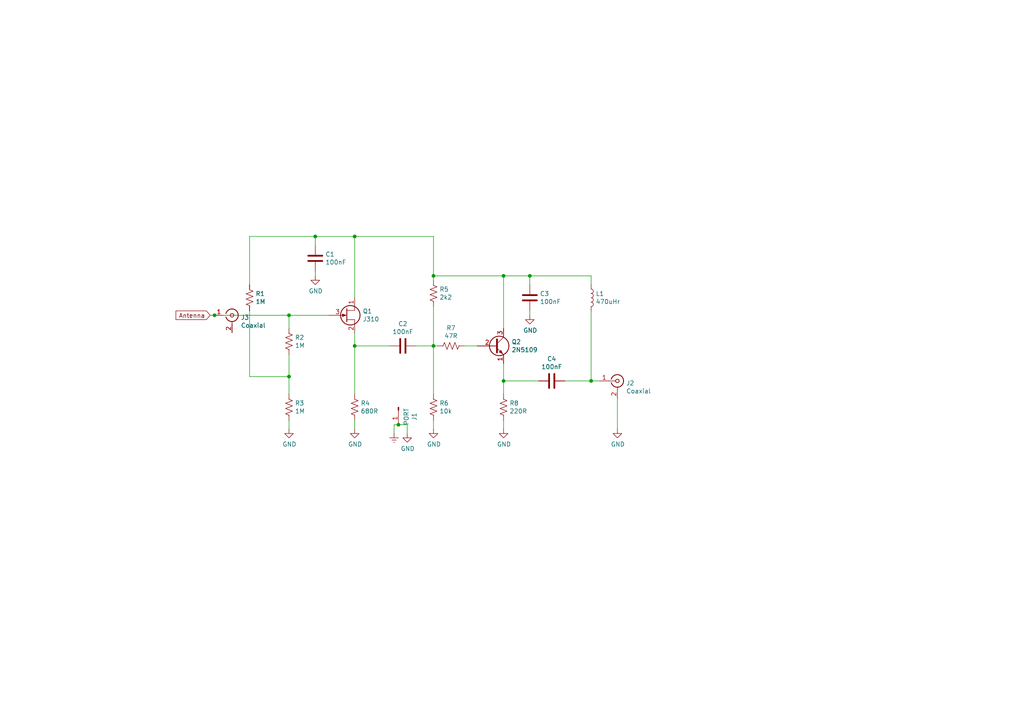
<source format=kicad_sch>
(kicad_sch (version 20231120) (generator "eeschema") (generator_version "8.0")
  (paper "A4")
  (lib_symbols
    (symbol "Connector:Conn_Coaxial" (pin_names (offset 1.016) hide)
      (property "Reference" "J" (at 0.254 3.048 0))
      (property "Value" "Conn_Coaxial" (at 2.921 0 90))
      (symbol "Conn_Coaxial_0_1"
        (arc (start -1.778 -0.508) (mid 0.2311 -1.8066) (end 1.778 0) (stroke (width 0.254)))
        (polyline (pts (xy -2.54 0) (xy -0.508 0)))
        (polyline (pts (xy 0 -2.54) (xy 0 -1.778)))
        (circle (center 0 0) (radius 0.508) (stroke (width 0.2032)))
        (arc (start 1.778 0) (mid 0.2099 1.8101) (end -1.778 0.508) (stroke (width 0.254)))
      )
      (symbol "Conn_Coaxial_1_1"
        (pin passive line (at -5.08 0 0) (length 2.54) (name "In") (number "1"))
        (pin passive line (at 0 -5.08 90) (length 2.54) (name "Ext") (number "2"))
      )
    )
    (symbol "Device:C" (pin_numbers hide) (pin_names (offset 0.254))
      (property "Reference" "C" (at 0.635 2.54 0))
      (property "Value" "C" (at 0.635 -2.54 0))
      (symbol "C_0_1"
        (polyline (pts (xy -2.032 -0.762) (xy 2.032 -0.762)) (stroke (width 0.508)))
        (polyline (pts (xy -2.032 0.762) (xy 2.032 0.762)) (stroke (width 0.508)))
      )
      (symbol "C_1_1"
        (pin passive line (at 0 3.81 270) (length 2.794) (name "~") (number "1"))
        (pin passive line (at 0 -3.81 90) (length 2.794) (name "~") (number "2"))
      )
    )
    (symbol "Device:L" (pin_numbers hide) (pin_names (offset 1.016) hide)
      (property "Reference" "L" (at -1.27 0 90))
      (property "Value" "L" (at 1.905 0 90))
      (symbol "L_0_1"
        (arc (start 0 -2.54) (mid 0.6323 -1.905) (end 0 -1.27))
        (arc (start 0 -1.27) (mid 0.6323 -0.635) (end 0 0))
        (arc (start 0 0) (mid 0.6323 0.635) (end 0 1.27))
        (arc (start 0 1.27) (mid 0.6323 1.905) (end 0 2.54))
      )
      (symbol "L_1_1"
        (pin passive line (at 0 3.81 270) (length 1.27) (name "1") (number "1"))
        (pin passive line (at 0 -3.81 90) (length 1.27) (name "2") (number "2"))
      )
    )
    (symbol "Device:Q_NJFET_DSG" (pin_names (offset 0) hide)
      (property "Reference" "Q" (at 5.08 1.27 0))
      (property "Value" "Q_NJFET_DSG" (at 5.08 -1.27 0))
      (symbol "Q_NJFET_DSG_0_1"
        (polyline (pts (xy 0.254 1.905) (xy 0.254 -1.905) (xy 0.254 -1.905)) (stroke (width 0.254)))
        (polyline (pts (xy 2.54 -2.54) (xy 2.54 -1.27) (xy 0.254 -1.27)))
        (polyline (pts (xy 2.54 2.54) (xy 2.54 1.397) (xy 0.254 1.397)))
        (polyline (pts (xy 0 0) (xy -1.016 0.381) (xy -1.016 -0.381) (xy 0 0)) (fill (type outline)))
        (circle (center 1.27 0) (radius 2.8194) (stroke (width 0.254)))
      )
      (symbol "Q_NJFET_DSG_1_1"
        (pin passive line (at 2.54 5.08 270) (length 2.54) (name "D") (number "1"))
        (pin passive line (at 2.54 -5.08 90) (length 2.54) (name "S") (number "2"))
        (pin input line (at -5.08 0 0) (length 5.334) (name "G") (number "3"))
      )
    )
    (symbol "Device:Q_NPN_EBC" (pin_names (offset 0) hide)
      (property "Reference" "Q" (at 5.08 1.27 0))
      (property "Value" "Q_NPN_EBC" (at 5.08 -1.27 0))
      (symbol "Q_NPN_EBC_0_1"
        (polyline (pts (xy 0.635 0.635) (xy 2.54 2.54)))
        (polyline (pts (xy 0.635 -0.635) (xy 2.54 -2.54) (xy 2.54 -2.54)))
        (polyline (pts (xy 0.635 1.905) (xy 0.635 -1.905) (xy 0.635 -1.905)) (stroke (width 0.508)))
        (polyline (pts (xy 1.27 -1.778) (xy 1.778 -1.27) (xy 2.286 -2.286) (xy 1.27 -1.778) (xy 1.27 -1.778)) (fill (type outline)))
        (circle (center 1.27 0) (radius 2.8194) (stroke (width 0.254)))
      )
      (symbol "Q_NPN_EBC_1_1"
        (pin passive line (at 2.54 -5.08 90) (length 2.54) (name "E") (number "1"))
        (pin passive line (at -5.08 0 0) (length 5.715) (name "B") (number "2"))
        (pin passive line (at 2.54 5.08 270) (length 2.54) (name "C") (number "3"))
      )
    )
    (symbol "Device:R_US" (pin_numbers hide) (pin_names (offset 0))
      (property "Reference" "R" (at 2.54 0 90))
      (property "Value" "R_US" (at -2.54 0 90))
      (symbol "R_US_0_1"
        (polyline (pts (xy 0 -2.286) (xy 0 -2.54)))
        (polyline (pts (xy 0 2.286) (xy 0 2.54)))
        (polyline (pts (xy 0 -0.762) (xy 1.016 -1.143) (xy 0 -1.524) (xy -1.016 -1.905) (xy 0 -2.286)))
        (polyline (pts (xy 0 0.762) (xy 1.016 0.381) (xy 0 0) (xy -1.016 -0.381) (xy 0 -0.762)))
        (polyline (pts (xy 0 2.286) (xy 1.016 1.905) (xy 0 1.524) (xy -1.016 1.143) (xy 0 0.762)))
      )
      (symbol "R_US_1_1"
        (pin passive line (at 0 3.81 270) (length 1.27) (name "~") (number "1"))
        (pin passive line (at 0 -3.81 90) (length 1.27) (name "~") (number "2"))
      )
    )
    (symbol "miwhip-rescue:Conn_01x01_Male-Connector" (pin_names (offset 1.016) hide)
      (property "Reference" "J" (at 0 2.54 0))
      (property "Value" "Connector_Conn_01x01_Male" (at 0 -2.54 0))
      (symbol "Conn_01x01_Male-Connector_1_1"
        (polyline (pts (xy 1.27 0) (xy 0.8636 0)) (stroke (width 0.1524)))
        (rectangle (start 0.8636 0.127) (end 0 -0.127) (stroke (width 0.1524)) (fill (type outline)))
        (pin passive line (at 5.08 0 180) (length 3.81) (name "Pin_1") (number "1"))
      )
    )
    (symbol "miwhip-rescue:Earth-power" (power) (pin_names (offset 0))
      (symbol "Earth-power_0_1"
        (polyline (pts (xy -0.635 -1.905) (xy 0.635 -1.905)))
        (polyline (pts (xy -0.127 -2.54) (xy 0.127 -2.54)))
        (polyline (pts (xy 0 -1.27) (xy 0 0)))
        (polyline (pts (xy 1.27 -1.27) (xy -1.27 -1.27)))
      )
      (symbol "Earth-power_1_1"
        (pin power_in line (at 0 0 270) (length 0) hide (name "Earth") (number "1"))
      )
    )
    (symbol "miwhip-rescue:GND-power" (power) (pin_names (offset 0))
      (property "Value" "power_GND" (at 0 -3.81 0))
      (symbol "GND-power_0_1"
        (polyline (pts (xy 0 0) (xy 0 -1.27) (xy 1.27 -1.27) (xy 0 -2.54) (xy -1.27 -1.27) (xy 0 -1.27)))
      )
      (symbol "GND-power_1_1"
        (pin power_in line (at 0 0 270) (length 0) hide (name "GND") (number "1"))
      )
    )
  )
  (junction (at 83.82 91.44))
  (junction (at 83.82 109.22))
  (junction (at 62.23 91.44))
  (junction (at 102.87 68.58))
  (junction (at 125.73 80.01))
  (junction (at 171.45 110.49))
  (junction (at 146.05 110.49))
  (junction (at 102.87 100.33))
  (junction (at 91.44 68.58))
  (junction (at 146.05 80.01))
  (junction (at 115.57 123.19))
  (junction (at 153.67 80.01))
  (junction (at 125.73 100.33))
  (wire (pts (xy 72.39 68.58) (xy 72.39 82.55)))
  (wire (pts (xy 171.45 90.17) (xy 171.45 110.49)))
  (wire (pts (xy 102.87 124.46) (xy 102.87 121.92)))
  (wire (pts (xy 134.62 100.33) (xy 138.43 100.33)))
  (wire (pts (xy 125.73 124.46) (xy 125.73 121.92)))
  (wire (pts (xy 146.05 110.49) (xy 156.21 110.49)))
  (wire (pts (xy 115.57 123.19) (xy 114.3 123.19)))
  (wire (pts (xy 153.67 80.01) (xy 171.45 80.01)))
  (wire (pts (xy 125.73 81.28) (xy 125.73 80.01)))
  (wire (pts (xy 125.73 114.3) (xy 125.73 100.33)))
  (wire (pts (xy 102.87 100.33) (xy 113.03 100.33)))
  (wire (pts (xy 83.82 124.46) (xy 83.82 121.92)))
  (wire (pts (xy 125.73 100.33) (xy 125.73 88.9)))
  (wire (pts (xy 118.11 123.19) (xy 115.57 123.19)))
  (wire (pts (xy 102.87 68.58) (xy 125.73 68.58)))
  (wire (pts (xy 83.82 95.25) (xy 83.82 91.44)))
  (wire (pts (xy 72.39 109.22) (xy 83.82 109.22)))
  (wire (pts (xy 91.44 80.01) (xy 91.44 78.74)))
  (wire (pts (xy 125.73 100.33) (xy 127 100.33)))
  (wire (pts (xy 146.05 124.46) (xy 146.05 121.92)))
  (wire (pts (xy 72.39 90.17) (xy 72.39 109.22)))
  (wire (pts (xy 102.87 100.33) (xy 102.87 96.52)))
  (wire (pts (xy 125.73 80.01) (xy 146.05 80.01)))
  (wire (pts (xy 153.67 82.55) (xy 153.67 80.01)))
  (wire (pts (xy 91.44 68.58) (xy 72.39 68.58)))
  (wire (pts (xy 91.44 68.58) (xy 102.87 68.58)))
  (wire (pts (xy 83.82 109.22) (xy 83.82 102.87)))
  (wire (pts (xy 146.05 114.3) (xy 146.05 110.49)))
  (wire (pts (xy 62.23 91.44) (xy 83.82 91.44)))
  (wire (pts (xy 114.3 123.19) (xy 114.3 125.73)))
  (wire (pts (xy 91.44 71.12) (xy 91.44 68.58)))
  (wire (pts (xy 83.82 91.44) (xy 95.25 91.44)))
  (wire (pts (xy 146.05 95.25) (xy 146.05 80.01)))
  (wire (pts (xy 118.11 125.73) (xy 118.11 123.19)))
  (wire (pts (xy 146.05 110.49) (xy 146.05 105.41)))
  (wire (pts (xy 153.67 91.44) (xy 153.67 90.17)))
  (wire (pts (xy 60.96 91.44) (xy 62.23 91.44)))
  (wire (pts (xy 83.82 114.3) (xy 83.82 109.22)))
  (wire (pts (xy 125.73 80.01) (xy 125.73 68.58)))
  (wire (pts (xy 120.65 100.33) (xy 125.73 100.33)))
  (wire (pts (xy 102.87 86.36) (xy 102.87 68.58)))
  (wire (pts (xy 179.07 115.57) (xy 179.07 124.46)))
  (wire (pts (xy 171.45 110.49) (xy 173.99 110.49)))
  (wire (pts (xy 171.45 80.01) (xy 171.45 82.55)))
  (wire (pts (xy 146.05 80.01) (xy 153.67 80.01)))
  (wire (pts (xy 102.87 114.3) (xy 102.87 100.33)))
  (wire (pts (xy 163.83 110.49) (xy 171.45 110.49)))
  (global_label "Antenna" (shape input) (at 60.96 91.44 180) (property "Intersheetrefs" "${INTERSHEET_REFS}" (effects (hide yes))))
  (symbol (lib_id "miwhip-rescue:Conn_01x01_Male-Connector") (at 115.57 118.11 270) (unit 1)
    (property "Reference" "J1" (at 120.1674 120.8532 0))
    (property "Value" "PORT" (at 117.856 120.8532 0))
    (property "Footprint" "Connector_Wire:SolderWire-2sqmm_1x01_D2mm_OD3.9mm" (effects (hide yes)))
  )
  (symbol (lib_id "Device:Q_NJFET_DSG") (at 100.33 91.44 0) (unit 1)
    (property "Reference" "Q1" (at 105.1814 90.2716 0) (effects (justify left)))
    (property "Value" "J310" (at 105.1814 92.583 0) (effects (justify left)))
    (property "Footprint" "Package_TO_SOT_THT:TO-92L_Inline_Wide" (effects (hide yes)))
  )
  (symbol (lib_id "Device:Q_NPN_EBC") (at 143.51 100.33 0) (unit 1)
    (property "Reference" "Q2" (at 148.3614 99.1616 0) (effects (justify left)))
    (property "Value" "2N5109" (at 148.3614 101.473 0) (effects (justify left)))
    (property "Footprint" "Package_TO_SOT_THT:TO-39-3" (effects (hide yes)))
  )
  (symbol (lib_id "Device:R_US") (at 72.39 86.36 0) (unit 1)
    (property "Reference" "R1" (at 74.1172 85.1916 0) (effects (justify left)))
    (property "Value" "1M" (at 74.1172 87.503 0) (effects (justify left)))
    (property "Footprint" "Resistor_THT:R_Axial_DIN0207_L6.3mm_D2.5mm_P7.62mm_Horizontal" (effects (hide yes)))
  )
  (symbol (lib_id "Device:C") (at 91.44 74.93 0) (unit 1)
    (property "Reference" "C1" (at 94.361 73.7616 0) (effects (justify left)))
    (property "Value" "100nF" (at 94.361 76.073 0) (effects (justify left)))
    (property "Footprint" "Capacitor_THT:C_Disc_D5.0mm_W2.5mm_P2.50mm" (effects (hide yes)))
  )
  (symbol (lib_id "Device:L") (at 171.45 86.36 0) (unit 1)
    (property "Reference" "L1" (at 172.7708 85.1916 0) (effects (justify left)))
    (property "Value" "470uHr" (at 172.7708 87.503 0) (effects (justify left)))
    (property "Footprint" "Inductor_THT:L_Axial_L6.6mm_D2.7mm_P10.16mm_Horizontal_Vishay_IM-2" (effects (hide yes)))
  )
  (symbol (lib_id "Connector:Conn_Coaxial") (at 179.07 110.49 0) (unit 1)
    (property "Reference" "J2" (at 181.61 111.125 0) (effects (justify left)))
    (property "Value" "Coaxial" (at 181.61 113.4364 0) (effects (justify left)))
    (property "Footprint" "Connector_Pin:Pin_D1.0mm_L10.0mm" (effects (hide yes)))
    (property "Datasheet" " ~" (effects (hide yes)))
  )
  (symbol (lib_id "miwhip-rescue:GND-power") (at 179.07 124.46 0) (unit 1)
    (property "Reference" "#PWR07" (effects (hide yes)))
    (property "Value" "GND" (at 179.197 128.8542 0))
  )
  (symbol (lib_id "Device:R_US") (at 83.82 99.06 0) (unit 1)
    (property "Reference" "R2" (at 85.5472 97.8916 0) (effects (justify left)))
    (property "Value" "1M" (at 85.5472 100.203 0) (effects (justify left)))
    (property "Footprint" "Resistor_THT:R_Axial_DIN0207_L6.3mm_D2.5mm_P7.62mm_Horizontal" (effects (hide yes)))
  )
  (symbol (lib_id "Device:R_US") (at 83.82 118.11 0) (unit 1)
    (property "Reference" "R3" (at 85.5472 116.9416 0) (effects (justify left)))
    (property "Value" "1M" (at 85.5472 119.253 0) (effects (justify left)))
    (property "Footprint" "Resistor_THT:R_Axial_DIN0207_L6.3mm_D2.5mm_P7.62mm_Horizontal" (effects (hide yes)))
  )
  (symbol (lib_id "Device:R_US") (at 102.87 118.11 0) (unit 1)
    (property "Reference" "R4" (at 104.5972 116.9416 0) (effects (justify left)))
    (property "Value" "680R" (at 104.5972 119.253 0) (effects (justify left)))
    (property "Footprint" "Resistor_THT:R_Axial_DIN0207_L6.3mm_D2.5mm_P7.62mm_Horizontal" (effects (hide yes)))
  )
  (symbol (lib_id "Device:R_US") (at 146.05 118.11 0) (unit 1)
    (property "Reference" "R8" (at 147.7772 116.9416 0) (effects (justify left)))
    (property "Value" "220R" (at 147.7772 119.253 0) (effects (justify left)))
    (property "Footprint" "Resistor_THT:R_Axial_DIN0207_L6.3mm_D2.5mm_P7.62mm_Horizontal" (effects (hide yes)))
  )
  (symbol (lib_id "Device:R_US") (at 125.73 118.11 0) (unit 1)
    (property "Reference" "R6" (at 127.4572 116.9416 0) (effects (justify left)))
    (property "Value" "10k" (at 127.4572 119.253 0) (effects (justify left)))
    (property "Footprint" "Resistor_THT:R_Axial_DIN0207_L6.3mm_D2.5mm_P7.62mm_Horizontal" (effects (hide yes)))
  )
  (symbol (lib_id "Device:R_US") (at 125.73 85.09 0) (unit 1)
    (property "Reference" "R5" (at 127.4572 83.9216 0) (effects (justify left)))
    (property "Value" "2k2" (at 127.4572 86.233 0) (effects (justify left)))
    (property "Footprint" "Resistor_THT:R_Axial_DIN0207_L6.3mm_D2.5mm_P7.62mm_Horizontal" (effects (hide yes)))
  )
  (symbol (lib_id "Device:R_US") (at 130.81 100.33 90) (unit 1)
    (property "Reference" "R7" (at 130.81 95.123 90))
    (property "Value" "47R" (at 130.81 97.4344 90))
    (property "Footprint" "Resistor_THT:R_Axial_DIN0207_L6.3mm_D2.5mm_P7.62mm_Horizontal" (effects (hide yes)))
  )
  (symbol (lib_id "Device:C") (at 153.67 86.36 0) (unit 1)
    (property "Reference" "C3" (at 156.591 85.1916 0) (effects (justify left)))
    (property "Value" "100nF" (at 156.591 87.503 0) (effects (justify left)))
    (property "Footprint" "Capacitor_THT:C_Disc_D5.0mm_W2.5mm_P2.50mm" (effects (hide yes)))
  )
  (symbol (lib_id "Device:C") (at 160.02 110.49 90) (unit 1)
    (property "Reference" "C4" (at 160.02 104.0892 90))
    (property "Value" "100nF" (at 160.02 106.4006 90))
    (property "Footprint" "Capacitor_THT:C_Disc_D5.0mm_W2.5mm_P2.50mm" (effects (hide yes)))
  )
  (symbol (lib_id "Device:C") (at 116.84 100.33 90) (mirror x) (unit 1)
    (property "Reference" "C2" (at 116.84 93.9292 90))
    (property "Value" "100nF" (at 116.84 96.2406 90))
    (property "Footprint" "Capacitor_THT:C_Disc_D5.0mm_W2.5mm_P2.50mm" (effects (hide yes)))
  )
  (symbol (lib_id "miwhip-rescue:GND-power") (at 146.05 124.46 0) (unit 1)
    (property "Reference" "#PWR05" (effects (hide yes)))
    (property "Value" "GND" (at 146.177 128.8542 0))
  )
  (symbol (lib_id "miwhip-rescue:GND-power") (at 125.73 124.46 0) (unit 1)
    (property "Reference" "#PWR04" (effects (hide yes)))
    (property "Value" "GND" (at 125.857 128.8542 0))
  )
  (symbol (lib_id "miwhip-rescue:GND-power") (at 102.87 124.46 0) (unit 1)
    (property "Reference" "#PWR03" (effects (hide yes)))
    (property "Value" "GND" (at 102.997 128.8542 0))
  )
  (symbol (lib_id "miwhip-rescue:GND-power") (at 83.82 124.46 0) (unit 1)
    (property "Reference" "#PWR01" (effects (hide yes)))
    (property "Value" "GND" (at 83.947 128.8542 0))
  )
  (symbol (lib_id "miwhip-rescue:GND-power") (at 153.67 91.44 0) (unit 1)
    (property "Reference" "#PWR06" (effects (hide yes)))
    (property "Value" "GND" (at 153.797 95.8342 0))
  )
  (symbol (lib_id "miwhip-rescue:GND-power") (at 91.44 80.01 0) (unit 1)
    (property "Reference" "#PWR02" (effects (hide yes)))
    (property "Value" "GND" (at 91.567 84.4042 0))
  )
  (symbol (lib_id "miwhip-rescue:Earth-power") (at 114.3 125.73 0) (unit 1)
    (property "Reference" "#PWR0101" (effects (hide yes)))
    (property "Value" "Earth" (effects (hide yes)))
  )
  (symbol (lib_id "miwhip-rescue:GND-power") (at 118.11 125.73 0) (unit 1)
    (property "Reference" "#PWR0102" (effects (hide yes)))
    (property "Value" "GND" (at 118.237 130.1242 0))
  )
  (symbol (lib_id "Connector:Conn_Coaxial") (at 67.31 91.44 0) (unit 1)
    (property "Reference" "J3" (at 69.85 92.075 0) (effects (justify left)))
    (property "Value" "Coaxial" (at 69.85 94.3864 0) (effects (justify left)))
    (property "Footprint" "Connector_Pin:Pin_D1.0mm_L10.0mm" (effects (hide yes)))
    (property "Datasheet" " ~" (effects (hide yes)))
  )
)
</source>
